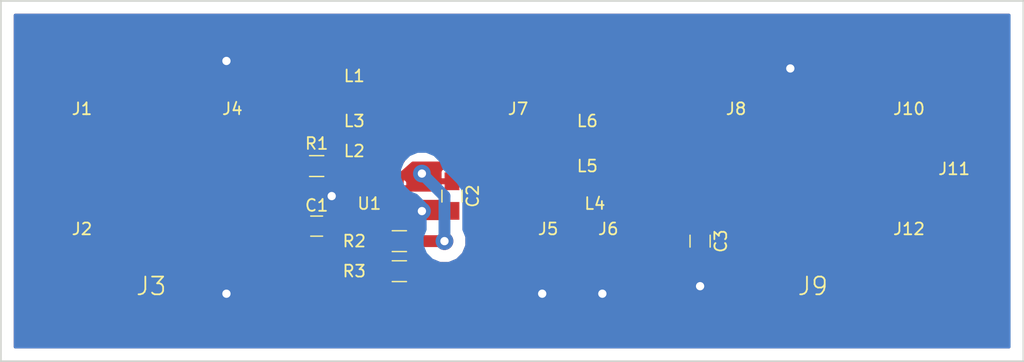
<source format=kicad_pcb>
(kicad_pcb (version 4) (host pcbnew 4.0.4-stable)

  (general
    (links 35)
    (no_connects 0)
    (area 116.764999 88.824999 203.275001 119.455001)
    (thickness 1.6)
    (drawings 4)
    (tracks 96)
    (zones 0)
    (modules 25)
    (nets 10)
  )

  (page A4)
  (layers
    (0 F.Cu signal)
    (31 B.Cu signal hide)
    (32 B.Adhes user)
    (33 F.Adhes user)
    (34 B.Paste user)
    (35 F.Paste user)
    (36 B.SilkS user)
    (37 F.SilkS user)
    (38 B.Mask user)
    (39 F.Mask user)
    (40 Dwgs.User user)
    (41 Cmts.User user)
    (42 Eco1.User user)
    (43 Eco2.User user)
    (44 Edge.Cuts user)
    (45 Margin user)
    (46 B.CrtYd user)
    (47 F.CrtYd user)
    (48 B.Fab user)
    (49 F.Fab user)
  )

  (setup
    (last_trace_width 0.4)
    (trace_clearance 0.2)
    (zone_clearance 1.016)
    (zone_45_only no)
    (trace_min 0.2)
    (segment_width 0.2)
    (edge_width 0.15)
    (via_size 1.5)
    (via_drill 0.7)
    (via_min_size 0.4)
    (via_min_drill 0.3)
    (uvia_size 0.3)
    (uvia_drill 0.1)
    (uvias_allowed no)
    (uvia_min_size 0.2)
    (uvia_min_drill 0.1)
    (pcb_text_width 0.3)
    (pcb_text_size 1.5 1.5)
    (mod_edge_width 0.15)
    (mod_text_size 1 1)
    (mod_text_width 0.15)
    (pad_size 1.524 1.524)
    (pad_drill 0.762)
    (pad_to_mask_clearance 0.2)
    (aux_axis_origin 0 0)
    (visible_elements 7FFFFFFF)
    (pcbplotparams
      (layerselection 0x01000_80000001)
      (usegerberextensions false)
      (excludeedgelayer true)
      (linewidth 0.100000)
      (plotframeref false)
      (viasonmask false)
      (mode 1)
      (useauxorigin false)
      (hpglpennumber 1)
      (hpglpenspeed 20)
      (hpglpendiameter 15)
      (hpglpenoverlay 2)
      (psnegative false)
      (psa4output false)
      (plotreference true)
      (plotvalue true)
      (plotinvisibletext false)
      (padsonsilk false)
      (subtractmaskfromsilk false)
      (outputformat 1)
      (mirror false)
      (drillshape 0)
      (scaleselection 1)
      (outputdirectory gerber/))
  )

  (net 0 "")
  (net 1 "Net-(C1-Pad1)")
  (net 2 GND)
  (net 3 "Net-(J1-Pad1)")
  (net 4 "Net-(J10-Pad1)")
  (net 5 "Net-(L1-Pad2)")
  (net 6 "Net-(R1-Pad1)")
  (net 7 "Net-(R2-Pad1)")
  (net 8 "Net-(C3-Pad1)")
  (net 9 /Vout_R)

  (net_class Default "This is the default net class."
    (clearance 0.2)
    (trace_width 0.4)
    (via_dia 1.5)
    (via_drill 0.7)
    (uvia_dia 0.3)
    (uvia_drill 0.1)
    (add_net GND)
    (add_net "Net-(L1-Pad2)")
    (add_net "Net-(R1-Pad1)")
    (add_net "Net-(R2-Pad1)")
  )

  (net_class Vin ""
    (clearance 0.2)
    (trace_width 1)
    (via_dia 1.5)
    (via_drill 0.7)
    (uvia_dia 0.3)
    (uvia_drill 0.1)
    (add_net /Vout_R)
    (add_net "Net-(C1-Pad1)")
    (add_net "Net-(C3-Pad1)")
    (add_net "Net-(J1-Pad1)")
    (add_net "Net-(J10-Pad1)")
  )

  (module Capacitors_SMD:C_0805_HandSoldering (layer F.Cu) (tedit 58AA84A8) (tstamp 58F9CD5C)
    (at 143.51 107.95)
    (descr "Capacitor SMD 0805, hand soldering")
    (tags "capacitor 0805")
    (path /58E94198)
    (attr smd)
    (fp_text reference C1 (at 0 -1.75) (layer F.SilkS)
      (effects (font (size 1 1) (thickness 0.15)))
    )
    (fp_text value 10u (at 0 1.75) (layer F.Fab)
      (effects (font (size 1 1) (thickness 0.15)))
    )
    (fp_text user %R (at 0 -1.75) (layer F.Fab)
      (effects (font (size 1 1) (thickness 0.15)))
    )
    (fp_line (start -1 0.62) (end -1 -0.62) (layer F.Fab) (width 0.1))
    (fp_line (start 1 0.62) (end -1 0.62) (layer F.Fab) (width 0.1))
    (fp_line (start 1 -0.62) (end 1 0.62) (layer F.Fab) (width 0.1))
    (fp_line (start -1 -0.62) (end 1 -0.62) (layer F.Fab) (width 0.1))
    (fp_line (start 0.5 -0.85) (end -0.5 -0.85) (layer F.SilkS) (width 0.12))
    (fp_line (start -0.5 0.85) (end 0.5 0.85) (layer F.SilkS) (width 0.12))
    (fp_line (start -2.25 -0.88) (end 2.25 -0.88) (layer F.CrtYd) (width 0.05))
    (fp_line (start -2.25 -0.88) (end -2.25 0.87) (layer F.CrtYd) (width 0.05))
    (fp_line (start 2.25 0.87) (end 2.25 -0.88) (layer F.CrtYd) (width 0.05))
    (fp_line (start 2.25 0.87) (end -2.25 0.87) (layer F.CrtYd) (width 0.05))
    (pad 1 smd rect (at -1.25 0) (size 1.5 1.25) (layers F.Cu F.Paste F.Mask)
      (net 1 "Net-(C1-Pad1)"))
    (pad 2 smd rect (at 1.25 0) (size 1.5 1.25) (layers F.Cu F.Paste F.Mask)
      (net 2 GND))
    (model Capacitors_SMD.3dshapes/C_0805.wrl
      (at (xyz 0 0 0))
      (scale (xyz 1 1 1))
      (rotate (xyz 0 0 0))
    )
  )

  (module Capacitors_SMD:C_0805_HandSoldering (layer F.Cu) (tedit 58AA84A8) (tstamp 58F9CD62)
    (at 154.94 105.41 270)
    (descr "Capacitor SMD 0805, hand soldering")
    (tags "capacitor 0805")
    (path /58E9A381)
    (attr smd)
    (fp_text reference C2 (at 0 -1.75 270) (layer F.SilkS)
      (effects (font (size 1 1) (thickness 0.15)))
    )
    (fp_text value 10u (at 0 1.75 270) (layer F.Fab)
      (effects (font (size 1 1) (thickness 0.15)))
    )
    (fp_text user %R (at 0 -1.75 270) (layer F.Fab)
      (effects (font (size 1 1) (thickness 0.15)))
    )
    (fp_line (start -1 0.62) (end -1 -0.62) (layer F.Fab) (width 0.1))
    (fp_line (start 1 0.62) (end -1 0.62) (layer F.Fab) (width 0.1))
    (fp_line (start 1 -0.62) (end 1 0.62) (layer F.Fab) (width 0.1))
    (fp_line (start -1 -0.62) (end 1 -0.62) (layer F.Fab) (width 0.1))
    (fp_line (start 0.5 -0.85) (end -0.5 -0.85) (layer F.SilkS) (width 0.12))
    (fp_line (start -0.5 0.85) (end 0.5 0.85) (layer F.SilkS) (width 0.12))
    (fp_line (start -2.25 -0.88) (end 2.25 -0.88) (layer F.CrtYd) (width 0.05))
    (fp_line (start -2.25 -0.88) (end -2.25 0.87) (layer F.CrtYd) (width 0.05))
    (fp_line (start 2.25 0.87) (end 2.25 -0.88) (layer F.CrtYd) (width 0.05))
    (fp_line (start 2.25 0.87) (end -2.25 0.87) (layer F.CrtYd) (width 0.05))
    (pad 1 smd rect (at -1.25 0 270) (size 1.5 1.25) (layers F.Cu F.Paste F.Mask)
      (net 9 /Vout_R))
    (pad 2 smd rect (at 1.25 0 270) (size 1.5 1.25) (layers F.Cu F.Paste F.Mask)
      (net 2 GND))
    (model Capacitors_SMD.3dshapes/C_0805.wrl
      (at (xyz 0 0 0))
      (scale (xyz 1 1 1))
      (rotate (xyz 0 0 0))
    )
  )

  (module "Custom SMD Connectors:proto_pad-square-3mm" (layer F.Cu) (tedit 58B01219) (tstamp 58F9CD67)
    (at 123.19 100.33)
    (descr "3 mm square SMD Pad e.g. for soldering wires ")
    (tags CONN)
    (path /58E940CE)
    (fp_text reference J1 (at 0.5 -2.3) (layer F.SilkS)
      (effects (font (size 1 1) (thickness 0.15)))
    )
    (fp_text value "From Battery" (at 0.1 2.1) (layer F.Fab)
      (effects (font (size 0.5 0.5) (thickness 0.1)))
    )
    (pad 1 smd rect (at 0 0) (size 3 3) (layers F.Cu F.Paste F.Mask)
      (net 3 "Net-(J1-Pad1)"))
  )

  (module "Custom SMD Connectors:proto_pad-square-3mm" (layer F.Cu) (tedit 58B01219) (tstamp 58F9CD6C)
    (at 123.19 110.49)
    (descr "3 mm square SMD Pad e.g. for soldering wires ")
    (tags CONN)
    (path /58E94CDF)
    (fp_text reference J2 (at 0.5 -2.3) (layer F.SilkS)
      (effects (font (size 1 1) (thickness 0.15)))
    )
    (fp_text value "From Battery" (at 0.1 2.1) (layer F.Fab)
      (effects (font (size 0.5 0.5) (thickness 0.1)))
    )
    (pad 1 smd rect (at 0 0) (size 3 3) (layers F.Cu F.Paste F.Mask)
      (net 3 "Net-(J1-Pad1)"))
  )

  (module "Custom SMD Connectors:proto_header-vt-1x2-2.54mm-G_C__SABN_M30" (layer F.Cu) (tedit 58F9D043) (tstamp 58F9CD72)
    (at 129.54 105.41)
    (descr "1x2 pin SMD header, G_C_ _SABN-M30, Male, Vertical, Unshrouded, Pitch = 2.54 mm, Pad WxH = 1.4x6.4mm")
    (tags CONN)
    (path /58E94268)
    (fp_text reference J3 (at 0 7.62 180) (layer F.SilkS)
      (effects (font (size 1.5 1.5) (thickness 0.15)))
    )
    (fp_text value Jumper (at 0 -7.62 180) (layer F.Fab)
      (effects (font (size 1 1) (thickness 0.15)))
    )
    (fp_line (start -2.54 -4.06) (end 2.54 -4.06) (layer Eco1.User) (width 0.15))
    (fp_line (start 2.54 -4.06) (end 2.54 4.07) (layer Eco1.User) (width 0.15))
    (fp_line (start 2.54 4.07) (end -2.54 4.07) (layer Eco1.User) (width 0.15))
    (fp_line (start -2.54 4.07) (end -2.54 -4.06) (layer Eco1.User) (width 0.15))
    (pad 1 smd rect (at -1.27 -2.56) (size 1.4 6.4) (layers F.Cu F.Paste F.Mask Eco1.User)
      (net 3 "Net-(J1-Pad1)"))
    (pad 2 smd rect (at 1.27 2.56) (size 1.4 6.4) (layers F.Cu F.Paste F.Mask Eco1.User)
      (net 1 "Net-(C1-Pad1)"))
  )

  (module "Custom SMD Connectors:proto_pad-square-3mm" (layer F.Cu) (tedit 58B01219) (tstamp 58F9CD77)
    (at 135.89 100.33)
    (descr "3 mm square SMD Pad e.g. for soldering wires ")
    (tags CONN)
    (path /58E94D65)
    (fp_text reference J4 (at 0.5 -2.3) (layer F.SilkS)
      (effects (font (size 1 1) (thickness 0.15)))
    )
    (fp_text value "From Battery" (at 0.1 2.1) (layer F.Fab)
      (effects (font (size 0.5 0.5) (thickness 0.1)))
    )
    (pad 1 smd rect (at 0 0) (size 3 3) (layers F.Cu F.Paste F.Mask)
      (net 1 "Net-(C1-Pad1)"))
  )

  (module "Custom SMD Connectors:proto_pad-square-3mm" (layer F.Cu) (tedit 58B01219) (tstamp 58F9CD7C)
    (at 162.56 110.49)
    (descr "3 mm square SMD Pad e.g. for soldering wires ")
    (tags CONN)
    (path /58E959A1)
    (fp_text reference J5 (at 0.5 -2.3) (layer F.SilkS)
      (effects (font (size 1 1) (thickness 0.15)))
    )
    (fp_text value "From Battery" (at 0.1 2.1) (layer F.Fab)
      (effects (font (size 0.5 0.5) (thickness 0.1)))
    )
    (pad 1 smd rect (at 0 0) (size 3 3) (layers F.Cu F.Paste F.Mask)
      (net 2 GND))
  )

  (module "Custom SMD Connectors:proto_pad-square-3mm" (layer F.Cu) (tedit 58B01219) (tstamp 58F9CD81)
    (at 167.64 110.49)
    (descr "3 mm square SMD Pad e.g. for soldering wires ")
    (tags CONN)
    (path /58E958B0)
    (fp_text reference J6 (at 0.5 -2.3) (layer F.SilkS)
      (effects (font (size 1 1) (thickness 0.15)))
    )
    (fp_text value GND (at 0.1 2.1) (layer F.Fab)
      (effects (font (size 0.5 0.5) (thickness 0.1)))
    )
    (pad 1 smd rect (at 0 0) (size 3 3) (layers F.Cu F.Paste F.Mask)
      (net 2 GND))
  )

  (module "Custom SMD Connectors:proto_pad-square-3mm" (layer F.Cu) (tedit 58B01219) (tstamp 58F9CD86)
    (at 160.02 100.33)
    (descr "3 mm square SMD Pad e.g. for soldering wires ")
    (tags CONN)
    (path /58E978FD)
    (fp_text reference J7 (at 0.5 -2.3) (layer F.SilkS)
      (effects (font (size 1 1) (thickness 0.15)))
    )
    (fp_text value "From Battery" (at 0.1 2.1) (layer F.Fab)
      (effects (font (size 0.5 0.5) (thickness 0.1)))
    )
    (pad 1 smd rect (at 0 0) (size 3 3) (layers F.Cu F.Paste F.Mask)
      (net 9 /Vout_R))
  )

  (module "Custom SMD Connectors:proto_pad-square-3mm" (layer F.Cu) (tedit 58B01219) (tstamp 58F9CD8B)
    (at 178.435 100.33)
    (descr "3 mm square SMD Pad e.g. for soldering wires ")
    (tags CONN)
    (path /58E9ABBE)
    (fp_text reference J8 (at 0.5 -2.3) (layer F.SilkS)
      (effects (font (size 1 1) (thickness 0.15)))
    )
    (fp_text value "From Battery" (at 0.1 2.1) (layer F.Fab)
      (effects (font (size 0.5 0.5) (thickness 0.1)))
    )
    (pad 1 smd rect (at 0 0) (size 3 3) (layers F.Cu F.Paste F.Mask)
      (net 8 "Net-(C3-Pad1)"))
  )

  (module "Custom SMD Connectors:proto_header-vt-1x2-2.54mm-G_C__SABN_M30" (layer F.Cu) (tedit 58F9D3FC) (tstamp 58F9CD91)
    (at 185.42 105.41)
    (descr "1x2 pin SMD header, G_C_ _SABN-M30, Male, Vertical, Unshrouded, Pitch = 2.54 mm, Pad WxH = 1.4x6.4mm")
    (tags CONN)
    (path /58E9AF4D)
    (fp_text reference J9 (at 0 7.62 180) (layer F.SilkS)
      (effects (font (size 1.5 1.5) (thickness 0.15)))
    )
    (fp_text value Jumper (at 0 -7.62 180) (layer F.Fab)
      (effects (font (size 1 1) (thickness 0.15)))
    )
    (fp_line (start -2.54 -4.06) (end 2.54 -4.06) (layer Eco1.User) (width 0.15))
    (fp_line (start 2.54 -4.06) (end 2.54 4.07) (layer Eco1.User) (width 0.15))
    (fp_line (start 2.54 4.07) (end -2.54 4.07) (layer Eco1.User) (width 0.15))
    (fp_line (start -2.54 4.07) (end -2.54 -4.06) (layer Eco1.User) (width 0.15))
    (pad 1 smd rect (at -1.27 -2.56) (size 1.4 6.4) (layers F.Cu F.Paste F.Mask Eco1.User)
      (net 8 "Net-(C3-Pad1)"))
    (pad 2 smd rect (at 1.27 2.56) (size 1.4 6.4) (layers F.Cu F.Paste F.Mask Eco1.User)
      (net 4 "Net-(J10-Pad1)"))
  )

  (module "Custom SMD Connectors:proto_pad-square-3mm" (layer F.Cu) (tedit 58B01219) (tstamp 58F9CD96)
    (at 193.04 100.33)
    (descr "3 mm square SMD Pad e.g. for soldering wires ")
    (tags CONN)
    (path /58E9BEF7)
    (fp_text reference J10 (at 0.5 -2.3) (layer F.SilkS)
      (effects (font (size 1 1) (thickness 0.15)))
    )
    (fp_text value "From Battery" (at 0.1 2.1) (layer F.Fab)
      (effects (font (size 0.5 0.5) (thickness 0.1)))
    )
    (pad 1 smd rect (at 0 0) (size 3 3) (layers F.Cu F.Paste F.Mask)
      (net 4 "Net-(J10-Pad1)"))
  )

  (module "Custom SMD Connectors:proto_pad-square-3mm" (layer F.Cu) (tedit 58B01219) (tstamp 58F9CD9B)
    (at 196.85 105.41)
    (descr "3 mm square SMD Pad e.g. for soldering wires ")
    (tags CONN)
    (path /58E9CC5A)
    (fp_text reference J11 (at 0.5 -2.3) (layer F.SilkS)
      (effects (font (size 1 1) (thickness 0.15)))
    )
    (fp_text value "VOUT = 2V" (at 0.1 2.1) (layer F.Fab)
      (effects (font (size 0.5 0.5) (thickness 0.1)))
    )
    (pad 1 smd rect (at 0 0) (size 3 3) (layers F.Cu F.Paste F.Mask)
      (net 4 "Net-(J10-Pad1)"))
  )

  (module "Custom SMD Connectors:proto_pad-square-3mm" (layer F.Cu) (tedit 58B01219) (tstamp 58F9CDA0)
    (at 193.04 110.49)
    (descr "3 mm square SMD Pad e.g. for soldering wires ")
    (tags CONN)
    (path /58E9CF85)
    (fp_text reference J12 (at 0.5 -2.3) (layer F.SilkS)
      (effects (font (size 1 1) (thickness 0.15)))
    )
    (fp_text value "From Battery" (at 0.1 2.1) (layer F.Fab)
      (effects (font (size 0.5 0.5) (thickness 0.1)))
    )
    (pad 1 smd rect (at 0 0) (size 3 3) (layers F.Cu F.Paste F.Mask)
      (net 4 "Net-(J10-Pad1)"))
  )

  (module "Custom SMD Inductors:proto_inductor-smd_1210" (layer F.Cu) (tedit 58F9D22D) (tstamp 58F9CDA6)
    (at 149.86 95.25)
    (path /58E9408C)
    (fp_text reference L1 (at -3.175 0) (layer F.SilkS)
      (effects (font (size 1 1) (thickness 0.15)))
    )
    (fp_text value 15u (at 3.81 0) (layer F.Fab)
      (effects (font (size 1 1) (thickness 0.15)))
    )
    (pad 2 smd rect (at 1.275 0) (size 0.85 2.7) (layers F.Cu F.Paste F.Mask)
      (net 5 "Net-(L1-Pad2)"))
    (pad 1 smd rect (at -1.275 0) (size 0.85 2.7) (layers F.Cu F.Paste F.Mask)
      (net 1 "Net-(C1-Pad1)"))
  )

  (module "Custom SMD Inductors:proto_inductor-smd_0805" (layer F.Cu) (tedit 58F9D22A) (tstamp 58F9CDAC)
    (at 149.86 101.6)
    (path /58F9C369)
    (fp_text reference L2 (at -3.175 0) (layer F.SilkS)
      (effects (font (size 1 1) (thickness 0.15)))
    )
    (fp_text value 4.7u (at 3.81 0) (layer F.Fab)
      (effects (font (size 1 1) (thickness 0.15)))
    )
    (pad 2 smd rect (at 0.9 0) (size 0.8 1.2) (layers F.Cu F.Paste F.Mask)
      (net 5 "Net-(L1-Pad2)"))
    (pad 1 smd rect (at -0.9 0) (size 0.8 1.2) (layers F.Cu F.Paste F.Mask)
      (net 1 "Net-(C1-Pad1)"))
  )

  (module "Custom SMD Inductors:proto_inductor-smd_1008" (layer F.Cu) (tedit 58F9D22F) (tstamp 58F9CDB2)
    (at 149.86 99.06)
    (path /58F9C311)
    (fp_text reference L3 (at -3.175 0) (layer F.SilkS)
      (effects (font (size 1 1) (thickness 0.15)))
    )
    (fp_text value 10u (at 3.81 0) (layer F.Fab)
      (effects (font (size 1 1) (thickness 0.15)))
    )
    (pad 2 smd rect (at 1.275 0) (size 1.2 1.75) (layers F.Cu F.Paste F.Mask)
      (net 5 "Net-(L1-Pad2)"))
    (pad 1 smd rect (at -1.275 0) (size 1.2 1.75) (layers F.Cu F.Paste F.Mask)
      (net 1 "Net-(C1-Pad1)"))
  )

  (module Resistors_SMD:R_0805_HandSoldering (layer F.Cu) (tedit 58F9D081) (tstamp 58F9CDB8)
    (at 143.51 102.87 180)
    (descr "Resistor SMD 0805, hand soldering")
    (tags "resistor 0805")
    (path /58E945C6)
    (attr smd)
    (fp_text reference R1 (at 0 1.905 180) (layer F.SilkS)
      (effects (font (size 1 1) (thickness 0.15)))
    )
    (fp_text value 0 (at 0 -1.905 180) (layer F.Fab)
      (effects (font (size 1 1) (thickness 0.15)))
    )
    (fp_text user %R (at 0 0 180) (layer F.Fab)
      (effects (font (size 0.5 0.5) (thickness 0.075)))
    )
    (fp_line (start -1 0.62) (end -1 -0.62) (layer F.Fab) (width 0.1))
    (fp_line (start 1 0.62) (end -1 0.62) (layer F.Fab) (width 0.1))
    (fp_line (start 1 -0.62) (end 1 0.62) (layer F.Fab) (width 0.1))
    (fp_line (start -1 -0.62) (end 1 -0.62) (layer F.Fab) (width 0.1))
    (fp_line (start 0.6 0.88) (end -0.6 0.88) (layer F.SilkS) (width 0.12))
    (fp_line (start -0.6 -0.88) (end 0.6 -0.88) (layer F.SilkS) (width 0.12))
    (fp_line (start -2.35 -0.9) (end 2.35 -0.9) (layer F.CrtYd) (width 0.05))
    (fp_line (start -2.35 -0.9) (end -2.35 0.9) (layer F.CrtYd) (width 0.05))
    (fp_line (start 2.35 0.9) (end 2.35 -0.9) (layer F.CrtYd) (width 0.05))
    (fp_line (start 2.35 0.9) (end -2.35 0.9) (layer F.CrtYd) (width 0.05))
    (pad 1 smd rect (at -1.35 0 180) (size 1.5 1.3) (layers F.Cu F.Paste F.Mask)
      (net 6 "Net-(R1-Pad1)"))
    (pad 2 smd rect (at 1.35 0 180) (size 1.5 1.3) (layers F.Cu F.Paste F.Mask)
      (net 1 "Net-(C1-Pad1)"))
    (model ${KISYS3DMOD}/Resistors_SMD.3dshapes/R_0805.wrl
      (at (xyz 0 0 0))
      (scale (xyz 1 1 1))
      (rotate (xyz 0 0 0))
    )
  )

  (module Resistors_SMD:R_0805_HandSoldering (layer F.Cu) (tedit 58F9D0BA) (tstamp 58F9CDBE)
    (at 150.495 109.22)
    (descr "Resistor SMD 0805, hand soldering")
    (tags "resistor 0805")
    (path /58E97B4A)
    (attr smd)
    (fp_text reference R2 (at -3.81 0) (layer F.SilkS)
      (effects (font (size 1 1) (thickness 0.15)))
    )
    (fp_text value 1.2M (at 4.445 0) (layer F.Fab)
      (effects (font (size 1 1) (thickness 0.15)))
    )
    (fp_text user %R (at 0 0) (layer F.Fab)
      (effects (font (size 0.5 0.5) (thickness 0.075)))
    )
    (fp_line (start -1 0.62) (end -1 -0.62) (layer F.Fab) (width 0.1))
    (fp_line (start 1 0.62) (end -1 0.62) (layer F.Fab) (width 0.1))
    (fp_line (start 1 -0.62) (end 1 0.62) (layer F.Fab) (width 0.1))
    (fp_line (start -1 -0.62) (end 1 -0.62) (layer F.Fab) (width 0.1))
    (fp_line (start 0.6 0.88) (end -0.6 0.88) (layer F.SilkS) (width 0.12))
    (fp_line (start -0.6 -0.88) (end 0.6 -0.88) (layer F.SilkS) (width 0.12))
    (fp_line (start -2.35 -0.9) (end 2.35 -0.9) (layer F.CrtYd) (width 0.05))
    (fp_line (start -2.35 -0.9) (end -2.35 0.9) (layer F.CrtYd) (width 0.05))
    (fp_line (start 2.35 0.9) (end 2.35 -0.9) (layer F.CrtYd) (width 0.05))
    (fp_line (start 2.35 0.9) (end -2.35 0.9) (layer F.CrtYd) (width 0.05))
    (pad 1 smd rect (at -1.35 0) (size 1.5 1.3) (layers F.Cu F.Paste F.Mask)
      (net 7 "Net-(R2-Pad1)"))
    (pad 2 smd rect (at 1.35 0) (size 1.5 1.3) (layers F.Cu F.Paste F.Mask)
      (net 9 /Vout_R))
    (model ${KISYS3DMOD}/Resistors_SMD.3dshapes/R_0805.wrl
      (at (xyz 0 0 0))
      (scale (xyz 1 1 1))
      (rotate (xyz 0 0 0))
    )
  )

  (module Resistors_SMD:R_0805_HandSoldering (layer F.Cu) (tedit 58F9D0B6) (tstamp 58F9CDC4)
    (at 150.495 111.76 180)
    (descr "Resistor SMD 0805, hand soldering")
    (tags "resistor 0805")
    (path /58E99700)
    (attr smd)
    (fp_text reference R3 (at 3.81 0 180) (layer F.SilkS)
      (effects (font (size 1 1) (thickness 0.15)))
    )
    (fp_text value 402k (at -4.445 0 180) (layer F.Fab)
      (effects (font (size 1 1) (thickness 0.15)))
    )
    (fp_text user %R (at 0 0 180) (layer F.Fab)
      (effects (font (size 0.5 0.5) (thickness 0.075)))
    )
    (fp_line (start -1 0.62) (end -1 -0.62) (layer F.Fab) (width 0.1))
    (fp_line (start 1 0.62) (end -1 0.62) (layer F.Fab) (width 0.1))
    (fp_line (start 1 -0.62) (end 1 0.62) (layer F.Fab) (width 0.1))
    (fp_line (start -1 -0.62) (end 1 -0.62) (layer F.Fab) (width 0.1))
    (fp_line (start 0.6 0.88) (end -0.6 0.88) (layer F.SilkS) (width 0.12))
    (fp_line (start -0.6 -0.88) (end 0.6 -0.88) (layer F.SilkS) (width 0.12))
    (fp_line (start -2.35 -0.9) (end 2.35 -0.9) (layer F.CrtYd) (width 0.05))
    (fp_line (start -2.35 -0.9) (end -2.35 0.9) (layer F.CrtYd) (width 0.05))
    (fp_line (start 2.35 0.9) (end 2.35 -0.9) (layer F.CrtYd) (width 0.05))
    (fp_line (start 2.35 0.9) (end -2.35 0.9) (layer F.CrtYd) (width 0.05))
    (pad 1 smd rect (at -1.35 0 180) (size 1.5 1.3) (layers F.Cu F.Paste F.Mask)
      (net 2 GND))
    (pad 2 smd rect (at 1.35 0 180) (size 1.5 1.3) (layers F.Cu F.Paste F.Mask)
      (net 7 "Net-(R2-Pad1)"))
    (model ${KISYS3DMOD}/Resistors_SMD.3dshapes/R_0805.wrl
      (at (xyz 0 0 0))
      (scale (xyz 1 1 1))
      (rotate (xyz 0 0 0))
    )
  )

  (module "Custom SMD Amplifiers:proto_amp-ti_tps6122" (layer F.Cu) (tedit 58F9E1FE) (tstamp 58F9CDCE)
    (at 150 104)
    (path /58E940B7)
    (fp_text reference U1 (at -2.045 2.045) (layer F.SilkS)
      (effects (font (size 1 1) (thickness 0.15)))
    )
    (fp_text value TPS61220 (at -0.521 -0.6855) (layer F.Fab)
      (effects (font (size 1 1) (thickness 0.15)))
    )
    (pad 1 smd rect (at -0.65 2.95) (size 0.35 0.85) (layers F.Cu F.Paste F.Mask)
      (net 1 "Net-(C1-Pad1)"))
    (pad 3 smd rect (at 0.65 2.95) (size 0.35 0.85) (layers F.Cu F.Paste F.Mask)
      (net 2 GND))
    (pad 2 smd rect (at 0 2.95) (size 0.35 0.85) (layers F.Cu F.Paste F.Mask)
      (net 7 "Net-(R2-Pad1)"))
    (pad 6 smd rect (at -0.65 0.75) (size 0.35 0.85) (layers F.Cu F.Paste F.Mask)
      (net 6 "Net-(R1-Pad1)"))
    (pad 4 smd rect (at 0.65 0.75) (size 0.35 0.85) (layers F.Cu F.Paste F.Mask)
      (net 9 /Vout_R))
    (pad 5 smd rect (at 0 0.75) (size 0.35 0.85) (layers F.Cu F.Paste F.Mask)
      (net 5 "Net-(L1-Pad2)"))
  )

  (module "Custom SMD Inductors:proto_inductor-smd_0805" (layer F.Cu) (tedit 58F9D3E9) (tstamp 58F9D40C)
    (at 169.545 106.045)
    (path /58F9DBD0)
    (fp_text reference L4 (at -2.54 0) (layer F.SilkS)
      (effects (font (size 1 1) (thickness 0.15)))
    )
    (fp_text value 4.7u (at 3.175 0) (layer F.Fab)
      (effects (font (size 1 1) (thickness 0.15)))
    )
    (pad 2 smd rect (at 0.9 0) (size 0.8 1.2) (layers F.Cu F.Paste F.Mask)
      (net 8 "Net-(C3-Pad1)"))
    (pad 1 smd rect (at -0.9 0) (size 0.8 1.2) (layers F.Cu F.Paste F.Mask)
      (net 9 /Vout_R))
  )

  (module "Custom SMD Inductors:proto_inductor-smd_1008" (layer F.Cu) (tedit 58F9D3E1) (tstamp 58F9D412)
    (at 169.545 102.87)
    (path /58F9DB62)
    (fp_text reference L5 (at -3.175 0) (layer F.SilkS)
      (effects (font (size 1 1) (thickness 0.15)))
    )
    (fp_text value 10u (at 3.81 0) (layer F.Fab)
      (effects (font (size 1 1) (thickness 0.15)))
    )
    (pad 2 smd rect (at 1.275 0) (size 1.2 1.75) (layers F.Cu F.Paste F.Mask)
      (net 8 "Net-(C3-Pad1)"))
    (pad 1 smd rect (at -1.275 0) (size 1.2 1.75) (layers F.Cu F.Paste F.Mask)
      (net 9 /Vout_R))
  )

  (module "Custom SMD Inductors:proto_inductor-smd_1210" (layer F.Cu) (tedit 58F9D3DF) (tstamp 58F9D418)
    (at 169.545 99.06)
    (path /58F9D9F9)
    (fp_text reference L6 (at -3.175 0) (layer F.SilkS)
      (effects (font (size 1 1) (thickness 0.15)))
    )
    (fp_text value 15u (at 3.81 0) (layer F.Fab)
      (effects (font (size 1 1) (thickness 0.15)))
    )
    (pad 2 smd rect (at 1.275 0) (size 0.85 2.7) (layers F.Cu F.Paste F.Mask)
      (net 8 "Net-(C3-Pad1)"))
    (pad 1 smd rect (at -1.275 0) (size 0.85 2.7) (layers F.Cu F.Paste F.Mask)
      (net 9 /Vout_R))
  )

  (module Capacitors_SMD:C_0805_HandSoldering (layer F.Cu) (tedit 58AA84A8) (tstamp 58F9D4BA)
    (at 175.895 109.22 270)
    (descr "Capacitor SMD 0805, hand soldering")
    (tags "capacitor 0805")
    (path /58F9E6DB)
    (attr smd)
    (fp_text reference C3 (at 0 -1.75 270) (layer F.SilkS)
      (effects (font (size 1 1) (thickness 0.15)))
    )
    (fp_text value 10u (at 0 1.75 270) (layer F.Fab)
      (effects (font (size 1 1) (thickness 0.15)))
    )
    (fp_text user %R (at 0 -1.75 270) (layer F.Fab)
      (effects (font (size 1 1) (thickness 0.15)))
    )
    (fp_line (start -1 0.62) (end -1 -0.62) (layer F.Fab) (width 0.1))
    (fp_line (start 1 0.62) (end -1 0.62) (layer F.Fab) (width 0.1))
    (fp_line (start 1 -0.62) (end 1 0.62) (layer F.Fab) (width 0.1))
    (fp_line (start -1 -0.62) (end 1 -0.62) (layer F.Fab) (width 0.1))
    (fp_line (start 0.5 -0.85) (end -0.5 -0.85) (layer F.SilkS) (width 0.12))
    (fp_line (start -0.5 0.85) (end 0.5 0.85) (layer F.SilkS) (width 0.12))
    (fp_line (start -2.25 -0.88) (end 2.25 -0.88) (layer F.CrtYd) (width 0.05))
    (fp_line (start -2.25 -0.88) (end -2.25 0.87) (layer F.CrtYd) (width 0.05))
    (fp_line (start 2.25 0.87) (end 2.25 -0.88) (layer F.CrtYd) (width 0.05))
    (fp_line (start 2.25 0.87) (end -2.25 0.87) (layer F.CrtYd) (width 0.05))
    (pad 1 smd rect (at -1.25 0 270) (size 1.5 1.25) (layers F.Cu F.Paste F.Mask)
      (net 8 "Net-(C3-Pad1)"))
    (pad 2 smd rect (at 1.25 0 270) (size 1.5 1.25) (layers F.Cu F.Paste F.Mask)
      (net 2 GND))
    (model Capacitors_SMD.3dshapes/C_0805.wrl
      (at (xyz 0 0 0))
      (scale (xyz 1 1 1))
      (rotate (xyz 0 0 0))
    )
  )

  (gr_line (start 203.2 119.38) (end 116.84 119.38) (angle 90) (layer Edge.Cuts) (width 0.15))
  (gr_line (start 203.2 88.9) (end 203.2 119.38) (angle 90) (layer Edge.Cuts) (width 0.15))
  (gr_line (start 116.84 88.9) (end 203.2 88.9) (angle 90) (layer Edge.Cuts) (width 0.15))
  (gr_line (start 116.84 119.38) (end 116.84 88.9) (angle 90) (layer Edge.Cuts) (width 0.15))

  (via (at 135.89 93.98) (size 1.5) (drill 0.7) (layers F.Cu B.Cu) (net 0))
  (via (at 135.89 113.665) (size 1.5) (drill 0.7) (layers F.Cu B.Cu) (net 0))
  (via (at 183.515 94.615) (size 1.5) (drill 0.7) (layers F.Cu B.Cu) (net 0))
  (segment (start 142.26 107.95) (end 142.26 109.2) (width 1) (layer F.Cu) (net 1))
  (segment (start 148.24 106.95) (end 149.099998 106.95) (width 1) (layer F.Cu) (net 1) (tstamp 58F9FB51))
  (segment (start 145.375 109.815) (end 148.24 106.95) (width 1) (layer F.Cu) (net 1) (tstamp 58F9FB50))
  (segment (start 142.875 109.815) (end 145.375 109.815) (width 1) (layer F.Cu) (net 1) (tstamp 58F9FB4F))
  (segment (start 142.26 109.2) (end 142.875 109.815) (width 1) (layer F.Cu) (net 1) (tstamp 58F9FB4E))
  (segment (start 142.16 102.87) (end 142.16 101.68) (width 1) (layer F.Cu) (net 1))
  (segment (start 144.78 99.06) (end 148.585 99.06) (width 1) (layer F.Cu) (net 1) (tstamp 58F9F8C4))
  (segment (start 142.16 101.68) (end 144.78 99.06) (width 1) (layer F.Cu) (net 1) (tstamp 58F9F8BE))
  (segment (start 142.16 107.85) (end 142.26 107.95) (width 1) (layer F.Cu) (net 1) (tstamp 58F9F880))
  (segment (start 142.16 102.87) (end 142.16 107.85) (width 1) (layer F.Cu) (net 1))
  (segment (start 135.89 100.33) (end 140.97 100.33) (width 1) (layer F.Cu) (net 1))
  (segment (start 142.24 101.6) (end 142.24 102.79) (width 1) (layer F.Cu) (net 1) (tstamp 58F9F87C))
  (segment (start 140.97 100.33) (end 142.24 101.6) (width 1) (layer F.Cu) (net 1) (tstamp 58F9F87B))
  (segment (start 142.24 102.79) (end 142.16 102.87) (width 1) (layer F.Cu) (net 1) (tstamp 58F9F87D))
  (segment (start 130.81 107.97) (end 130.81 101.6) (width 1) (layer F.Cu) (net 1))
  (segment (start 132.08 100.33) (end 135.89 100.33) (width 1) (layer F.Cu) (net 1) (tstamp 58F9F877))
  (segment (start 130.81 101.6) (end 132.08 100.33) (width 1) (layer F.Cu) (net 1) (tstamp 58F9F875))
  (segment (start 142.24 102.95) (end 142.16 102.87) (width 0.4) (layer F.Cu) (net 1) (tstamp 58F9DFDA))
  (segment (start 149.35 106.95) (end 149.35 107.19) (width 0.4) (layer F.Cu) (net 1))
  (segment (start 148.585 95.25) (end 148.585 99.06) (width 0.4) (layer F.Cu) (net 1))
  (segment (start 148.585 99.06) (end 148.59 99.065) (width 0.4) (layer F.Cu) (net 1) (tstamp 58F9DE7B))
  (segment (start 148.59 99.065) (end 148.59 100.1395) (width 0.4) (layer F.Cu) (net 1) (tstamp 58F9DE7C))
  (segment (start 148.59 100.1395) (end 148.96 100.5095) (width 0.4) (layer F.Cu) (net 1) (tstamp 58F9DE7F))
  (segment (start 148.96 100.5095) (end 148.96 101.6) (width 0.4) (layer F.Cu) (net 1) (tstamp 58F9DE91))
  (segment (start 142.24 102.79) (end 142.16 102.87) (width 0.4) (layer F.Cu) (net 1) (tstamp 58F9D639))
  (segment (start 162.56 110.49) (end 162.56 113.665) (width 0.4) (layer F.Cu) (net 2))
  (via (at 162.56 113.665) (size 1.5) (drill 0.7) (layers F.Cu B.Cu) (net 2))
  (segment (start 167.64 110.49) (end 167.64 113.665) (width 0.4) (layer F.Cu) (net 2))
  (via (at 167.64 113.665) (size 1.5) (drill 0.7) (layers F.Cu B.Cu) (net 2))
  (segment (start 175.895 110.47) (end 175.895 113.03) (width 0.4) (layer F.Cu) (net 2))
  (via (at 175.895 113.03) (size 1.5) (drill 0.7) (layers F.Cu B.Cu) (net 2))
  (segment (start 152.42 106.66) (end 152.4 106.68) (width 0.4) (layer F.Cu) (net 2) (tstamp 58F9F0CA))
  (via (at 152.4 106.68) (size 1.5) (drill 0.7) (layers F.Cu B.Cu) (net 2))
  (segment (start 152.42 106.66) (end 154.94 106.66) (width 0.4) (layer F.Cu) (net 2))
  (segment (start 144.76 107.95) (end 144.76 105.43) (width 0.4) (layer F.Cu) (net 2))
  (via (at 144.78 105.41) (size 1.5) (drill 0.7) (layers F.Cu B.Cu) (net 2))
  (segment (start 144.76 105.43) (end 144.78 105.41) (width 0.4) (layer F.Cu) (net 2) (tstamp 58F9EE7D))
  (segment (start 175.875 110.49) (end 175.895 110.47) (width 0.4) (layer F.Cu) (net 2) (tstamp 58F9E101))
  (segment (start 151.845 111.76) (end 151.765 111.76) (width 0.4) (layer F.Cu) (net 2))
  (segment (start 151.765 111.76) (end 150.495 110.49) (width 0.4) (layer F.Cu) (net 2) (tstamp 58F9D668))
  (segment (start 150.65 107.922) (end 150.65 106.95) (width 0.4) (layer F.Cu) (net 2) (tstamp 58F9D679))
  (segment (start 150.495 108.077) (end 150.65 107.922) (width 0.4) (layer F.Cu) (net 2) (tstamp 58F9D66A))
  (segment (start 150.495 110.49) (end 150.495 108.077) (width 0.4) (layer F.Cu) (net 2) (tstamp 58F9D669))
  (segment (start 123.19 110.49) (end 123.19 100.33) (width 1) (layer F.Cu) (net 3))
  (segment (start 123.19 100.33) (end 125.71 102.85) (width 1) (layer F.Cu) (net 3) (tstamp 58F9F870))
  (segment (start 125.71 102.85) (end 128.27 102.85) (width 1) (layer F.Cu) (net 3) (tstamp 58F9F872))
  (segment (start 196.85 105.41) (end 196.85 104.14) (width 1) (layer F.Cu) (net 4))
  (segment (start 196.85 104.14) (end 193.04 100.33) (width 1) (layer F.Cu) (net 4) (tstamp 58F9FBDD))
  (segment (start 193.02 107.97) (end 194.29 107.97) (width 1) (layer F.Cu) (net 4))
  (segment (start 194.29 107.97) (end 196.85 105.41) (width 1) (layer F.Cu) (net 4) (tstamp 58F9FBD9))
  (segment (start 186.69 107.97) (end 193.02 107.97) (width 1) (layer F.Cu) (net 4))
  (segment (start 193.04 107.99) (end 193.04 110.49) (width 1) (layer F.Cu) (net 4) (tstamp 58F9FBD6))
  (segment (start 193.02 107.97) (end 193.04 107.99) (width 1) (layer F.Cu) (net 4) (tstamp 58F9FBD4))
  (segment (start 151.135 99.06) (end 151.135 95.25) (width 0.4) (layer F.Cu) (net 5))
  (segment (start 150.76 101.6) (end 150.76 100.722) (width 0.4) (layer F.Cu) (net 5))
  (segment (start 151.13 100.352) (end 151.13 99.065) (width 0.4) (layer F.Cu) (net 5) (tstamp 58F9E1E6))
  (segment (start 150.76 100.722) (end 151.13 100.352) (width 0.4) (layer F.Cu) (net 5) (tstamp 58F9E1E4))
  (segment (start 151.13 99.065) (end 151.135 99.06) (width 0.4) (layer F.Cu) (net 5) (tstamp 58F9E1E7))
  (segment (start 150 104.75) (end 150 103.1745) (width 0.4) (layer F.Cu) (net 5))
  (segment (start 150.76 102.4145) (end 150.76 101.6) (width 0.4) (layer F.Cu) (net 5) (tstamp 58F9E1D8))
  (segment (start 150 103.1745) (end 150.76 102.4145) (width 0.4) (layer F.Cu) (net 5) (tstamp 58F9E1D4))
  (segment (start 146.74 104.75) (end 144.86 102.87) (width 0.4) (layer F.Cu) (net 6) (tstamp 58F9DE20))
  (segment (start 149.35 104.75) (end 146.74 104.75) (width 0.4) (layer F.Cu) (net 6))
  (segment (start 149.145 109.22) (end 149.145 111.76) (width 0.4) (layer F.Cu) (net 7))
  (segment (start 149.145 109.22) (end 149.145 108.3475) (width 0.4) (layer F.Cu) (net 7))
  (segment (start 150 107.4925) (end 150 106.95) (width 0.4) (layer F.Cu) (net 7) (tstamp 58F9DF01))
  (segment (start 149.145 108.3475) (end 150 107.4925) (width 0.4) (layer F.Cu) (net 7) (tstamp 58F9DEF6))
  (segment (start 175.895 107.97) (end 175.895 102.87) (width 1) (layer F.Cu) (net 8))
  (segment (start 178.435 102.87) (end 184.13 102.87) (width 1) (layer F.Cu) (net 8))
  (segment (start 184.13 102.87) (end 184.15 102.85) (width 1) (layer F.Cu) (net 8) (tstamp 58F9FBB7))
  (segment (start 170.82 102.87) (end 175.895 102.87) (width 1) (layer F.Cu) (net 8))
  (segment (start 175.895 102.87) (end 178.435 102.87) (width 1) (layer F.Cu) (net 8) (tstamp 58F9FBBC))
  (segment (start 178.435 102.87) (end 178.435 100.33) (width 1) (layer F.Cu) (net 8) (tstamp 58F9FBB2))
  (segment (start 184.13 102.87) (end 184.15 102.85) (width 0.4) (layer F.Cu) (net 8) (tstamp 58F9E10D))
  (segment (start 170.82 102.87) (end 170.82 105.405) (width 0.4) (layer F.Cu) (net 8))
  (segment (start 170.82 105.405) (end 170.445 105.78) (width 0.4) (layer F.Cu) (net 8) (tstamp 58F9E0FC))
  (segment (start 170.445 105.78) (end 170.445 106.045) (width 0.4) (layer F.Cu) (net 8) (tstamp 58F9E0FD))
  (segment (start 170.82 102.87) (end 170.82 99.06) (width 0.4) (layer F.Cu) (net 8))
  (segment (start 152.4 103.505) (end 154.305 105.41) (width 1) (layer B.Cu) (net 9))
  (via (at 152.4 103.505) (size 1.5) (drill 0.7) (layers F.Cu B.Cu) (net 9))
  (segment (start 152.4 104.14) (end 152.4 103.505) (width 1) (layer F.Cu) (net 9))
  (segment (start 154.305 109.22) (end 151.845 109.22) (width 1) (layer F.Cu) (net 9) (tstamp 58F9FF32))
  (via (at 154.305 109.22) (size 1.5) (drill 0.7) (layers F.Cu B.Cu) (net 9))
  (segment (start 154.305 105.41) (end 154.305 109.22) (width 1) (layer B.Cu) (net 9) (tstamp 58F9FF2C))
  (segment (start 160.02 100.33) (end 163.83 100.33) (width 1) (layer F.Cu) (net 9))
  (segment (start 166.37 102.87) (end 168.27 102.87) (width 1) (layer F.Cu) (net 9) (tstamp 58F9FBA6))
  (segment (start 163.83 100.33) (end 166.37 102.87) (width 1) (layer F.Cu) (net 9) (tstamp 58F9FBA5))
  (segment (start 154.94 104.16) (end 154.94 101.6) (width 1) (layer F.Cu) (net 9))
  (segment (start 156.21 100.33) (end 160.02 100.33) (width 1) (layer F.Cu) (net 9) (tstamp 58F9FBA1))
  (segment (start 154.94 101.6) (end 156.21 100.33) (width 1) (layer F.Cu) (net 9) (tstamp 58F9FB9E))
  (segment (start 168.27 102.87) (end 168.27 105.67) (width 0.4) (layer F.Cu) (net 9))
  (segment (start 168.27 105.67) (end 168.645 106.045) (width 0.4) (layer F.Cu) (net 9) (tstamp 58F9E0F1))
  (segment (start 168.27 102.87) (end 168.27 99.06) (width 0.4) (layer F.Cu) (net 9) (tstamp 58F9E0EE))

  (zone (net 2) (net_name GND) (layer B.Cu) (tstamp 58F9EEDE) (hatch edge 0.508)
    (connect_pads (clearance 1.008))
    (min_thickness 0.254)
    (fill yes (arc_segments 16) (thermal_gap 1.008) (thermal_bridge_width 0.508))
    (polygon
      (pts
        (xy 203.2 119.38) (xy 116.84 119.38) (xy 116.84 88.9) (xy 203.2 88.9)
      )
    )
    (filled_polygon
      (pts
        (xy 201.99 118.17) (xy 118.05 118.17) (xy 118.05 103.878305) (xy 150.514674 103.878305) (xy 150.801043 104.571372)
        (xy 151.330839 105.102093) (xy 151.936237 105.353477) (xy 152.67 106.087239) (xy 152.67 108.242129) (xy 152.420328 108.843405)
        (xy 152.419674 109.593305) (xy 152.706043 110.286372) (xy 153.235839 110.817093) (xy 153.928405 111.104672) (xy 154.678305 111.105326)
        (xy 155.371372 110.818957) (xy 155.902093 110.289161) (xy 156.189672 109.596595) (xy 156.190326 108.846695) (xy 155.94 108.240859)
        (xy 155.94 105.410005) (xy 155.940001 105.41) (xy 155.815543 104.784312) (xy 155.638332 104.519097) (xy 155.46112 104.25388)
        (xy 155.461117 104.253878) (xy 154.247578 103.040339) (xy 153.998957 102.438628) (xy 153.469161 101.907907) (xy 152.776595 101.620328)
        (xy 152.026695 101.619674) (xy 151.333628 101.906043) (xy 150.802907 102.435839) (xy 150.515328 103.128405) (xy 150.514674 103.878305)
        (xy 118.05 103.878305) (xy 118.05 90.11) (xy 201.99 90.11)
      )
    )
  )
  (zone (net 9) (net_name /Vout_R) (layer F.Cu) (tstamp 58F9F053) (hatch edge 0.508)
    (connect_pads (clearance 0.254))
    (min_thickness 0.254)
    (fill yes (arc_segments 16) (thermal_gap 0.254) (thermal_bridge_width 0.508))
    (polygon
      (pts
        (xy 150.495 104.5845) (xy 150.495 103.4415) (xy 151.5745 102.489) (xy 155.575 102.489) (xy 155.702 102.616)
        (xy 155.702 104.902) (xy 155.575 105.029) (xy 150.495 105.029)
      )
    )
    (filled_polygon
      (pts
        (xy 155.575 102.668606) (xy 155.575 103.029) (xy 155.16225 103.029) (xy 155.067 103.12425) (xy 155.067 104.033)
        (xy 155.087 104.033) (xy 155.087 104.287) (xy 155.067 104.287) (xy 155.067 104.307) (xy 154.813 104.307)
        (xy 154.813 104.287) (xy 154.02925 104.287) (xy 153.934 104.38225) (xy 153.934 104.902) (xy 151.13575 104.902)
        (xy 151.11075 104.877) (xy 150.7375 104.877) (xy 150.7375 104.897) (xy 150.622 104.897) (xy 150.622 104.03925)
        (xy 150.7375 104.03925) (xy 150.7375 104.623) (xy 151.11075 104.623) (xy 151.206 104.52775) (xy 151.206 104.249215)
        (xy 151.147996 104.109181) (xy 151.04082 104.002004) (xy 150.900786 103.944) (xy 150.83275 103.944) (xy 150.7375 104.03925)
        (xy 150.622 104.03925) (xy 150.622 103.498811) (xy 150.808543 103.334214) (xy 153.934 103.334214) (xy 153.934 103.93775)
        (xy 154.02925 104.033) (xy 154.813 104.033) (xy 154.813 103.12425) (xy 154.71775 103.029) (xy 154.239215 103.029)
        (xy 154.099181 103.087004) (xy 153.992004 103.19418) (xy 153.934 103.334214) (xy 150.808543 103.334214) (xy 151.622519 102.616)
        (xy 155.522394 102.616)
      )
    )
  )
  (zone (net 2) (net_name GND) (layer F.Cu) (tstamp 58F9F5EB) (hatch edge 0.508)
    (connect_pads (clearance 1.016))
    (min_thickness 0.254)
    (fill yes (arc_segments 16) (thermal_gap 0.508) (thermal_bridge_width 0.508))
    (polygon
      (pts
        (xy 203.2 119.38) (xy 116.84 119.38) (xy 116.84 88.9) (xy 203.2 88.9)
      )
    )
    (polygon
      (pts        (xy 157.48 108.585) (xy 157.48 100.965) (xy 140.97 100.965) (xy 140.97 108.585)
      )
    )
    (filled_polygon
      (pts
        (xy 201.982 118.162) (xy 118.058 118.162) (xy 118.058 98.83) (xy 120.524608 98.83) (xy 120.524608 101.83)
        (xy 120.604308 102.25357) (xy 120.854638 102.642594) (xy 121.236597 102.903576) (xy 121.547 102.966434) (xy 121.547 107.851515)
        (xy 121.26643 107.904308) (xy 120.877406 108.154638) (xy 120.616424 108.536597) (xy 120.524608 108.99) (xy 120.524608 111.99)
        (xy 120.604308 112.41357) (xy 120.854638 112.802594) (xy 121.236597 113.063576) (xy 121.69 113.155392) (xy 124.69 113.155392)
        (xy 125.11357 113.075692) (xy 125.502594 112.825362) (xy 125.763576 112.443403) (xy 125.855392 111.99) (xy 125.855392 108.99)
        (xy 125.775692 108.56643) (xy 125.525362 108.177406) (xy 125.143403 107.916424) (xy 124.833 107.853566) (xy 124.833 104.202058)
        (xy 125.028361 104.332594) (xy 125.081251 104.367934) (xy 125.71 104.493) (xy 126.404608 104.493) (xy 126.404608 106.05)
        (xy 126.484308 106.47357) (xy 126.734638 106.862594) (xy 127.116597 107.123576) (xy 127.57 107.215392) (xy 128.944608 107.215392)
        (xy 128.944608 111.17) (xy 129.024308 111.59357) (xy 129.274638 111.982594) (xy 129.656597 112.243576) (xy 130.11 112.335392)
        (xy 131.51 112.335392) (xy 131.93357 112.255692) (xy 132.322594 112.005362) (xy 132.583576 111.623403) (xy 132.675392 111.17)
        (xy 132.675392 104.77) (xy 132.595692 104.34643) (xy 132.453 104.12468) (xy 132.453 102.280552) (xy 132.760553 101.973)
        (xy 133.251515 101.973) (xy 133.304308 102.25357) (xy 133.554638 102.642594) (xy 133.936597 102.903576) (xy 134.39 102.995392)
        (xy 137.39 102.995392) (xy 137.81357 102.915692) (xy 138.202594 102.665362) (xy 138.463576 102.283403) (xy 138.526434 101.973)
        (xy 140.289448 101.973) (xy 140.293754 101.977307) (xy 140.244608 102.22) (xy 140.244608 103.52) (xy 140.324308 103.94357)
        (xy 140.517 104.243022) (xy 140.517 106.75367) (xy 140.436424 106.871597) (xy 140.344608 107.325) (xy 140.344608 108.575)
        (xy 140.424308 108.99857) (xy 140.645222 109.34188) (xy 140.723208 109.733944) (xy 140.742066 109.828749) (xy 141.098224 110.361776)
        (xy 141.713223 110.976776) (xy 142.246251 111.332934) (xy 142.875 111.458) (xy 145.375 111.458) (xy 146.003749 111.332934)
        (xy 146.536776 110.976776) (xy 147.295162 110.21839) (xy 147.309308 110.29357) (xy 147.435488 110.489659) (xy 147.321424 110.656597)
        (xy 147.229608 111.11) (xy 147.229608 112.41) (xy 147.309308 112.83357) (xy 147.559638 113.222594) (xy 147.941597 113.483576)
        (xy 148.395 113.575392) (xy 149.895 113.575392) (xy 150.31857 113.495692) (xy 150.707594 113.245362) (xy 150.871892 113.004904)
        (xy 150.968691 113.045) (xy 151.55925 113.045) (xy 151.718 112.88625) (xy 151.718 111.887) (xy 151.972 111.887)
        (xy 151.972 112.88625) (xy 152.13075 113.045) (xy 152.721309 113.045) (xy 152.954698 112.948327) (xy 153.133327 112.769699)
        (xy 153.23 112.53631) (xy 153.23 112.04575) (xy 153.07125 111.887) (xy 151.972 111.887) (xy 151.718 111.887)
        (xy 151.698 111.887) (xy 151.698 111.633) (xy 151.718 111.633) (xy 151.718 111.613) (xy 151.972 111.613)
        (xy 151.972 111.633) (xy 153.07125 111.633) (xy 153.23 111.47425) (xy 153.23 110.98369) (xy 153.180009 110.863)
        (xy 153.325535 110.863) (xy 153.926807 111.112671) (xy 154.679889 111.113328) (xy 155.375897 110.825743) (xy 155.425977 110.77575)
        (xy 160.425 110.77575) (xy 160.425 112.11631) (xy 160.521673 112.349699) (xy 160.700302 112.528327) (xy 160.933691 112.625)
        (xy 162.27425 112.625) (xy 162.433 112.46625) (xy 162.433 110.617) (xy 162.687 110.617) (xy 162.687 112.46625)
        (xy 162.84575 112.625) (xy 164.186309 112.625) (xy 164.419698 112.528327) (xy 164.598327 112.349699) (xy 164.695 112.11631)
        (xy 164.695 110.77575) (xy 165.505 110.77575) (xy 165.505 112.11631) (xy 165.601673 112.349699) (xy 165.780302 112.528327)
        (xy 166.013691 112.625) (xy 167.35425 112.625) (xy 167.513 112.46625) (xy 167.513 110.617) (xy 167.767 110.617)
        (xy 167.767 112.46625) (xy 167.92575 112.625) (xy 169.266309 112.625) (xy 169.499698 112.528327) (xy 169.678327 112.349699)
        (xy 169.775 112.11631) (xy 169.775 110.77575) (xy 169.755 110.75575) (xy 174.635 110.75575) (xy 174.635 111.346309)
        (xy 174.731673 111.579698) (xy 174.910301 111.758327) (xy 175.14369 111.855) (xy 175.60925 111.855) (xy 175.768 111.69625)
        (xy 175.768 110.597) (xy 176.022 110.597) (xy 176.022 111.69625) (xy 176.18075 111.855) (xy 176.64631 111.855)
        (xy 176.879699 111.758327) (xy 177.058327 111.579698) (xy 177.155 111.346309) (xy 177.155 110.75575) (xy 176.99625 110.597)
        (xy 176.022 110.597) (xy 175.768 110.597) (xy 174.79375 110.597) (xy 174.635 110.75575) (xy 169.755 110.75575)
        (xy 169.61625 110.617) (xy 167.767 110.617) (xy 167.513 110.617) (xy 165.66375 110.617) (xy 165.505 110.77575)
        (xy 164.695 110.77575) (xy 164.53625 110.617) (xy 162.687 110.617) (xy 162.433 110.617) (xy 160.58375 110.617)
        (xy 160.425 110.77575) (xy 155.425977 110.77575) (xy 155.908871 110.293698) (xy 156.197671 109.598193) (xy 156.198311 108.86369)
        (xy 160.425 108.86369) (xy 160.425 110.20425) (xy 160.58375 110.363) (xy 162.433 110.363) (xy 162.433 108.51375)
        (xy 162.687 108.51375) (xy 162.687 110.363) (xy 164.53625 110.363) (xy 164.695 110.20425) (xy 164.695 108.86369)
        (xy 165.505 108.86369) (xy 165.505 110.20425) (xy 165.66375 110.363) (xy 167.513 110.363) (xy 167.513 108.51375)
        (xy 167.767 108.51375) (xy 167.767 110.363) (xy 169.61625 110.363) (xy 169.775 110.20425) (xy 169.775 108.86369)
        (xy 169.678327 108.630301) (xy 169.499698 108.451673) (xy 169.266309 108.355) (xy 167.92575 108.355) (xy 167.767 108.51375)
        (xy 167.513 108.51375) (xy 167.35425 108.355) (xy 166.013691 108.355) (xy 165.780302 108.451673) (xy 165.601673 108.630301)
        (xy 165.505 108.86369) (xy 164.695 108.86369) (xy 164.598327 108.630301) (xy 164.419698 108.451673) (xy 164.186309 108.355)
        (xy 162.84575 108.355) (xy 162.687 108.51375) (xy 162.433 108.51375) (xy 162.27425 108.355) (xy 160.933691 108.355)
        (xy 160.700302 108.451673) (xy 160.521673 108.630301) (xy 160.425 108.86369) (xy 156.198311 108.86369) (xy 156.198328 108.845111)
        (xy 156.143328 108.712) (xy 157.48 108.712) (xy 157.52941 108.701994) (xy 157.571035 108.673553) (xy 157.598315 108.631159)
        (xy 157.607 108.585) (xy 157.607 102.521941) (xy 157.684638 102.642594) (xy 158.066597 102.903576) (xy 158.52 102.995392)
        (xy 161.52 102.995392) (xy 161.94357 102.915692) (xy 162.332594 102.665362) (xy 162.593576 102.283403) (xy 162.656434 101.973)
        (xy 163.149448 101.973) (xy 165.208223 104.031776) (xy 165.658429 104.332594) (xy 165.741251 104.387934) (xy 166.37 104.513)
        (xy 166.805943 104.513) (xy 166.834638 104.557594) (xy 166.927 104.620702) (xy 166.927 105.67) (xy 167.006883 106.071597)
        (xy 167.02923 106.183944) (xy 167.079608 106.25934) (xy 167.079608 106.645) (xy 167.159308 107.06857) (xy 167.409638 107.457594)
        (xy 167.791597 107.718576) (xy 168.245 107.810392) (xy 169.045 107.810392) (xy 169.46857 107.730692) (xy 169.54106 107.684046)
        (xy 169.591597 107.718576) (xy 170.045 107.810392) (xy 170.845 107.810392) (xy 171.26857 107.730692) (xy 171.657594 107.480362)
        (xy 171.918576 107.098403) (xy 172.010392 106.645) (xy 172.010392 105.99434) (xy 172.06077 105.918944) (xy 172.086772 105.788223)
        (xy 172.163 105.405) (xy 172.163 104.625144) (xy 172.232594 104.580362) (xy 172.278621 104.513) (xy 174.252 104.513)
        (xy 174.252 106.685259) (xy 174.196424 106.766597) (xy 174.104608 107.22) (xy 174.104608 108.72) (xy 174.184308 109.14357)
        (xy 174.434638 109.532594) (xy 174.635 109.669496) (xy 174.635 110.18425) (xy 174.79375 110.343) (xy 175.768 110.343)
        (xy 175.768 110.323) (xy 176.022 110.323) (xy 176.022 110.343) (xy 176.99625 110.343) (xy 177.155 110.18425)
        (xy 177.155 109.669641) (xy 177.332594 109.555362) (xy 177.593576 109.173403) (xy 177.685392 108.72) (xy 177.685392 107.22)
        (xy 177.605692 106.79643) (xy 177.538 106.691234) (xy 177.538 104.513) (xy 182.284608 104.513) (xy 182.284608 106.05)
        (xy 182.364308 106.47357) (xy 182.614638 106.862594) (xy 182.996597 107.123576) (xy 183.45 107.215392) (xy 184.824608 107.215392)
        (xy 184.824608 111.17) (xy 184.904308 111.59357) (xy 185.154638 111.982594) (xy 185.536597 112.243576) (xy 185.99 112.335392)
        (xy 187.39 112.335392) (xy 187.81357 112.255692) (xy 188.202594 112.005362) (xy 188.463576 111.623403) (xy 188.555392 111.17)
        (xy 188.555392 109.613) (xy 190.374608 109.613) (xy 190.374608 111.99) (xy 190.454308 112.41357) (xy 190.704638 112.802594)
        (xy 191.086597 113.063576) (xy 191.54 113.155392) (xy 194.54 113.155392) (xy 194.96357 113.075692) (xy 195.352594 112.825362)
        (xy 195.613576 112.443403) (xy 195.705392 111.99) (xy 195.705392 108.99) (xy 195.687681 108.895872) (xy 196.50816 108.075392)
        (xy 198.35 108.075392) (xy 198.77357 107.995692) (xy 199.162594 107.745362) (xy 199.423576 107.363403) (xy 199.515392 106.91)
        (xy 199.515392 103.91) (xy 199.435692 103.48643) (xy 199.185362 103.097406) (xy 198.803403 102.836424) (xy 198.35 102.744608)
        (xy 197.778161 102.744608) (xy 195.705392 100.67184) (xy 195.705392 98.83) (xy 195.625692 98.40643) (xy 195.375362 98.017406)
        (xy 194.993403 97.756424) (xy 194.54 97.664608) (xy 191.54 97.664608) (xy 191.11643 97.744308) (xy 190.727406 97.994638)
        (xy 190.466424 98.376597) (xy 190.374608 98.83) (xy 190.374608 101.83) (xy 190.454308 102.25357) (xy 190.704638 102.642594)
        (xy 191.086597 102.903576) (xy 191.54 102.995392) (xy 193.38184 102.995392) (xy 194.203442 103.816995) (xy 194.184608 103.91)
        (xy 194.184608 105.75184) (xy 193.609448 106.327) (xy 188.555392 106.327) (xy 188.555392 104.77) (xy 188.475692 104.34643)
        (xy 188.225362 103.957406) (xy 187.843403 103.696424) (xy 187.39 103.604608) (xy 186.015392 103.604608) (xy 186.015392 99.65)
        (xy 185.935692 99.22643) (xy 185.685362 98.837406) (xy 185.303403 98.576424) (xy 184.85 98.484608) (xy 183.45 98.484608)
        (xy 183.02643 98.564308) (xy 182.637406 98.814638) (xy 182.376424 99.196597) (xy 182.284608 99.65) (xy 182.284608 101.227)
        (xy 181.100392 101.227) (xy 181.100392 98.83) (xy 181.020692 98.40643) (xy 180.770362 98.017406) (xy 180.388403 97.756424)
        (xy 179.935 97.664608) (xy 176.935 97.664608) (xy 176.51143 97.744308) (xy 176.122406 97.994638) (xy 175.861424 98.376597)
        (xy 175.769608 98.83) (xy 175.769608 101.227) (xy 172.284057 101.227) (xy 172.255362 101.182406) (xy 172.163 101.119298)
        (xy 172.163 101.091096) (xy 172.318576 100.863403) (xy 172.410392 100.41) (xy 172.410392 97.71) (xy 172.330692 97.28643)
        (xy 172.080362 96.897406) (xy 171.698403 96.636424) (xy 171.245 96.544608) (xy 170.395 96.544608) (xy 169.97143 96.624308)
        (xy 169.582406 96.874638) (xy 169.548058 96.924907) (xy 169.530362 96.897406) (xy 169.148403 96.636424) (xy 168.695 96.544608)
        (xy 167.845 96.544608) (xy 167.42143 96.624308) (xy 167.032406 96.874638) (xy 166.771424 97.256597) (xy 166.679608 97.71)
        (xy 166.679608 100.41) (xy 166.759308 100.83357) (xy 166.927 101.094171) (xy 166.927 101.103447) (xy 164.991776 99.168224)
        (xy 164.458749 98.812066) (xy 164.380498 98.796501) (xy 163.83 98.687) (xy 162.658485 98.687) (xy 162.605692 98.40643)
        (xy 162.355362 98.017406) (xy 161.973403 97.756424) (xy 161.52 97.664608) (xy 158.52 97.664608) (xy 158.09643 97.744308)
        (xy 157.707406 97.994638) (xy 157.446424 98.376597) (xy 157.383566 98.687) (xy 156.21 98.687) (xy 155.659502 98.796501)
        (xy 155.581251 98.812066) (xy 155.048223 99.168224) (xy 153.778225 100.438223) (xy 153.778224 100.438224) (xy 153.511102 100.838)
        (xy 152.442482 100.838) (xy 152.547594 100.770362) (xy 152.808576 100.388403) (xy 152.900392 99.935) (xy 152.900392 98.185)
        (xy 152.820692 97.76143) (xy 152.570362 97.372406) (xy 152.478 97.309298) (xy 152.478 97.281096) (xy 152.633576 97.053403)
        (xy 152.725392 96.6) (xy 152.725392 93.9) (xy 152.645692 93.47643) (xy 152.395362 93.087406) (xy 152.013403 92.826424)
        (xy 151.56 92.734608) (xy 150.71 92.734608) (xy 150.28643 92.814308) (xy 149.897406 93.064638) (xy 149.863058 93.114907)
        (xy 149.845362 93.087406) (xy 149.463403 92.826424) (xy 149.01 92.734608) (xy 148.16 92.734608) (xy 147.73643 92.814308)
        (xy 147.347406 93.064638) (xy 147.086424 93.446597) (xy 146.994608 93.9) (xy 146.994608 96.6) (xy 147.074308 97.02357)
        (xy 147.242 97.284171) (xy 147.242 97.304856) (xy 147.172406 97.349638) (xy 147.126379 97.417) (xy 144.78 97.417)
        (xy 144.151251 97.542066) (xy 143.967854 97.664608) (xy 143.618224 97.898223) (xy 142.24 99.276448) (xy 142.131776 99.168224)
        (xy 141.598749 98.812066) (xy 141.520498 98.796501) (xy 140.97 98.687) (xy 138.528485 98.687) (xy 138.475692 98.40643)
        (xy 138.225362 98.017406) (xy 137.843403 97.756424) (xy 137.39 97.664608) (xy 134.39 97.664608) (xy 133.96643 97.744308)
        (xy 133.577406 97.994638) (xy 133.316424 98.376597) (xy 133.253566 98.687) (xy 132.08 98.687) (xy 131.529502 98.796501)
        (xy 131.451251 98.812066) (xy 130.918223 99.168224) (xy 130.135392 99.951056) (xy 130.135392 99.65) (xy 130.055692 99.22643)
        (xy 129.805362 98.837406) (xy 129.423403 98.576424) (xy 128.97 98.484608) (xy 127.57 98.484608) (xy 127.14643 98.564308)
        (xy 126.757406 98.814638) (xy 126.496424 99.196597) (xy 126.404608 99.65) (xy 126.404608 101.207) (xy 126.390553 101.207)
        (xy 125.855392 100.671839) (xy 125.855392 98.83) (xy 125.775692 98.40643) (xy 125.525362 98.017406) (xy 125.143403 97.756424)
        (xy 124.69 97.664608) (xy 121.69 97.664608) (xy 121.26643 97.744308) (xy 120.877406 97.994638) (xy 120.616424 98.376597)
        (xy 120.524608 98.83) (xy 118.058 98.83) (xy 118.058 90.118) (xy 201.982 90.118)
      )
    )
  )
  (zone (net 2) (net_name GND) (layer F.Cu) (tstamp 58F9F708) (hatch edge 0.508)
    (connect_pads (clearance 0.254))
    (min_thickness 0.254)
    (fill yes (arc_segments 16) (thermal_gap 0.254) (thermal_bridge_width 0.508))
    (polygon
      (pts
        (xy 146.177 104.8385) (xy 146.177 105.6005) (xy 146.304 105.7275) (xy 155.575 105.7275) (xy 155.702 105.8545)
        (xy 155.702 107.315) (xy 155.575 107.442) (xy 150.495 107.442) (xy 150.495 106.426) (xy 150.368 106.299)
        (xy 146.304 106.299) (xy 146.177 106.426) (xy 146.177 107.569) (xy 145.923 107.823) (xy 143.7005 107.823)
        (xy 143.51 107.6325) (xy 143.51 104.648) (xy 143.7005 104.394) (xy 145.669 104.394)
      )
    )
    (filled_polygon
      (pts
        (xy 146.05 104.896128) (xy 146.05 105.6005) (xy 146.060006 105.64991) (xy 146.087197 105.690303) (xy 146.214197 105.817303)
        (xy 146.256211 105.845166) (xy 146.304 105.8545) (xy 153.934 105.8545) (xy 153.934 106.43775) (xy 154.02925 106.533)
        (xy 154.813 106.533) (xy 154.813 106.513) (xy 155.067 106.513) (xy 155.067 106.533) (xy 155.087 106.533)
        (xy 155.087 106.787) (xy 155.067 106.787) (xy 155.067 106.807) (xy 154.813 106.807) (xy 154.813 106.787)
        (xy 154.02925 106.787) (xy 153.934 106.88225) (xy 153.934 107.315) (xy 151.206 107.315) (xy 151.206 107.17225)
        (xy 151.11075 107.077) (xy 150.7375 107.077) (xy 150.7375 107.097) (xy 150.622 107.097) (xy 150.622 106.426)
        (xy 150.611994 106.37659) (xy 150.584803 106.336197) (xy 150.5625 106.313894) (xy 150.5625 106.23925) (xy 150.7375 106.23925)
        (xy 150.7375 106.823) (xy 151.11075 106.823) (xy 151.206 106.72775) (xy 151.206 106.449215) (xy 151.147996 106.309181)
        (xy 151.04082 106.202004) (xy 150.900786 106.144) (xy 150.83275 106.144) (xy 150.7375 106.23925) (xy 150.5625 106.23925)
        (xy 150.46725 106.144) (xy 150.399214 106.144) (xy 150.33263 106.17158) (xy 150.326134 106.167141) (xy 150.175 106.136536)
        (xy 149.825 106.136536) (xy 149.68381 106.163103) (xy 149.676813 106.167605) (xy 149.676134 106.167141) (xy 149.525 106.136536)
        (xy 149.437851 106.136536) (xy 149.437142 106.136062) (xy 149.099998 106.069) (xy 148.24 106.069) (xy 147.902856 106.136062)
        (xy 147.849071 106.172) (xy 146.304 106.172) (xy 146.25459 106.182006) (xy 146.214197 106.209197) (xy 146.087197 106.336197)
        (xy 146.059334 106.378211) (xy 146.05 106.426) (xy 146.05 107.516394) (xy 145.891 107.675394) (xy 145.891 107.249215)
        (xy 145.832996 107.109181) (xy 145.72582 107.002004) (xy 145.585786 106.944) (xy 144.98225 106.944) (xy 144.887 107.03925)
        (xy 144.887 107.696) (xy 144.633 107.696) (xy 144.633 107.03925) (xy 144.53775 106.944) (xy 143.934214 106.944)
        (xy 143.79418 107.002004) (xy 143.687004 107.109181) (xy 143.637 107.229901) (xy 143.637 104.690333) (xy 143.764 104.521)
        (xy 145.621282 104.521)
      )
    )
  )
)

</source>
